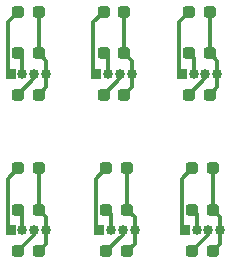
<source format=gbr>
%TF.GenerationSoftware,KiCad,Pcbnew,9.0.0*%
%TF.CreationDate,2025-03-29T16:04:54-07:00*%
%TF.ProjectId,SignalHead3,5369676e-616c-4486-9561-64332e6b6963,n/c*%
%TF.SameCoordinates,Original*%
%TF.FileFunction,Copper,L1,Top*%
%TF.FilePolarity,Positive*%
%FSLAX46Y46*%
G04 Gerber Fmt 4.6, Leading zero omitted, Abs format (unit mm)*
G04 Created by KiCad (PCBNEW 9.0.0) date 2025-03-29 16:04:54*
%MOMM*%
%LPD*%
G01*
G04 APERTURE LIST*
G04 Aperture macros list*
%AMRoundRect*
0 Rectangle with rounded corners*
0 $1 Rounding radius*
0 $2 $3 $4 $5 $6 $7 $8 $9 X,Y pos of 4 corners*
0 Add a 4 corners polygon primitive as box body*
4,1,4,$2,$3,$4,$5,$6,$7,$8,$9,$2,$3,0*
0 Add four circle primitives for the rounded corners*
1,1,$1+$1,$2,$3*
1,1,$1+$1,$4,$5*
1,1,$1+$1,$6,$7*
1,1,$1+$1,$8,$9*
0 Add four rect primitives between the rounded corners*
20,1,$1+$1,$2,$3,$4,$5,0*
20,1,$1+$1,$4,$5,$6,$7,0*
20,1,$1+$1,$6,$7,$8,$9,0*
20,1,$1+$1,$8,$9,$2,$3,0*%
G04 Aperture macros list end*
%TA.AperFunction,ComponentPad*%
%ADD10R,0.850000X0.850000*%
%TD*%
%TA.AperFunction,ComponentPad*%
%ADD11O,0.850000X0.850000*%
%TD*%
%TA.AperFunction,SMDPad,CuDef*%
%ADD12RoundRect,0.237500X-0.287500X-0.237500X0.287500X-0.237500X0.287500X0.237500X-0.287500X0.237500X0*%
%TD*%
%TA.AperFunction,Conductor*%
%ADD13C,0.300000*%
%TD*%
G04 APERTURE END LIST*
D10*
%TO.P,J1,1,Pin_1*%
%TO.N,Net-(D1-K)*%
X143250000Y-128500000D03*
D11*
%TO.P,J1,2,Pin_2*%
%TO.N,Net-(D2-K)*%
X144250000Y-128500000D03*
%TO.P,J1,3,Pin_3*%
%TO.N,Net-(D3-K)*%
X145250000Y-128500000D03*
%TO.P,J1,4,Pin_4*%
%TO.N,Net-(D1-A)*%
X146250000Y-128500000D03*
%TD*%
D12*
%TO.P,D2,1,K*%
%TO.N,Net-(D2-K)*%
X143875000Y-126750000D03*
%TO.P,D2,2,A*%
%TO.N,Net-(D1-A)*%
X145625000Y-126750000D03*
%TD*%
%TO.P,D3,1,K*%
%TO.N,Net-(D3-K)*%
X143875000Y-130250000D03*
%TO.P,D3,2,A*%
%TO.N,Net-(D1-A)*%
X145625000Y-130250000D03*
%TD*%
%TO.P,D1,1,K*%
%TO.N,Net-(D1-K)*%
X143875000Y-123250000D03*
%TO.P,D1,2,A*%
%TO.N,Net-(D1-A)*%
X145625000Y-123250000D03*
%TD*%
D10*
%TO.P,J1,1,Pin_1*%
%TO.N,Net-(D1-K)*%
X136000000Y-128500000D03*
D11*
%TO.P,J1,2,Pin_2*%
%TO.N,Net-(D2-K)*%
X137000000Y-128500000D03*
%TO.P,J1,3,Pin_3*%
%TO.N,Net-(D3-K)*%
X138000000Y-128500000D03*
%TO.P,J1,4,Pin_4*%
%TO.N,Net-(D1-A)*%
X139000000Y-128500000D03*
%TD*%
D12*
%TO.P,D2,1,K*%
%TO.N,Net-(D2-K)*%
X136625000Y-126750000D03*
%TO.P,D2,2,A*%
%TO.N,Net-(D1-A)*%
X138375000Y-126750000D03*
%TD*%
%TO.P,D3,1,K*%
%TO.N,Net-(D3-K)*%
X136625000Y-130250000D03*
%TO.P,D3,2,A*%
%TO.N,Net-(D1-A)*%
X138375000Y-130250000D03*
%TD*%
%TO.P,D1,1,K*%
%TO.N,Net-(D1-K)*%
X136625000Y-123250000D03*
%TO.P,D1,2,A*%
%TO.N,Net-(D1-A)*%
X138375000Y-123250000D03*
%TD*%
D10*
%TO.P,J1,1,Pin_1*%
%TO.N,Net-(D1-K)*%
X128500000Y-128500000D03*
D11*
%TO.P,J1,2,Pin_2*%
%TO.N,Net-(D2-K)*%
X129500000Y-128500000D03*
%TO.P,J1,3,Pin_3*%
%TO.N,Net-(D3-K)*%
X130500000Y-128500000D03*
%TO.P,J1,4,Pin_4*%
%TO.N,Net-(D1-A)*%
X131500000Y-128500000D03*
%TD*%
D12*
%TO.P,D2,1,K*%
%TO.N,Net-(D2-K)*%
X129125000Y-126750000D03*
%TO.P,D2,2,A*%
%TO.N,Net-(D1-A)*%
X130875000Y-126750000D03*
%TD*%
%TO.P,D1,1,K*%
%TO.N,Net-(D1-K)*%
X129125000Y-123250000D03*
%TO.P,D1,2,A*%
%TO.N,Net-(D1-A)*%
X130875000Y-123250000D03*
%TD*%
%TO.P,D3,1,K*%
%TO.N,Net-(D3-K)*%
X129125000Y-130250000D03*
%TO.P,D3,2,A*%
%TO.N,Net-(D1-A)*%
X130875000Y-130250000D03*
%TD*%
%TO.P,D3,1,K*%
%TO.N,Net-(D3-K)*%
X143625000Y-117000000D03*
%TO.P,D3,2,A*%
%TO.N,Net-(D1-A)*%
X145375000Y-117000000D03*
%TD*%
D10*
%TO.P,J1,1,Pin_1*%
%TO.N,Net-(D1-K)*%
X143000000Y-115250000D03*
D11*
%TO.P,J1,2,Pin_2*%
%TO.N,Net-(D2-K)*%
X144000000Y-115250000D03*
%TO.P,J1,3,Pin_3*%
%TO.N,Net-(D3-K)*%
X145000000Y-115250000D03*
%TO.P,J1,4,Pin_4*%
%TO.N,Net-(D1-A)*%
X146000000Y-115250000D03*
%TD*%
D12*
%TO.P,D1,1,K*%
%TO.N,Net-(D1-K)*%
X143625000Y-110000000D03*
%TO.P,D1,2,A*%
%TO.N,Net-(D1-A)*%
X145375000Y-110000000D03*
%TD*%
%TO.P,D2,1,K*%
%TO.N,Net-(D2-K)*%
X143625000Y-113500000D03*
%TO.P,D2,2,A*%
%TO.N,Net-(D1-A)*%
X145375000Y-113500000D03*
%TD*%
D10*
%TO.P,J1,1,Pin_1*%
%TO.N,Net-(D1-K)*%
X135750000Y-115250000D03*
D11*
%TO.P,J1,2,Pin_2*%
%TO.N,Net-(D2-K)*%
X136750000Y-115250000D03*
%TO.P,J1,3,Pin_3*%
%TO.N,Net-(D3-K)*%
X137750000Y-115250000D03*
%TO.P,J1,4,Pin_4*%
%TO.N,Net-(D1-A)*%
X138750000Y-115250000D03*
%TD*%
D12*
%TO.P,D3,1,K*%
%TO.N,Net-(D3-K)*%
X136375000Y-117000000D03*
%TO.P,D3,2,A*%
%TO.N,Net-(D1-A)*%
X138125000Y-117000000D03*
%TD*%
%TO.P,D1,1,K*%
%TO.N,Net-(D1-K)*%
X136375000Y-110000000D03*
%TO.P,D1,2,A*%
%TO.N,Net-(D1-A)*%
X138125000Y-110000000D03*
%TD*%
%TO.P,D2,1,K*%
%TO.N,Net-(D2-K)*%
X136375000Y-113500000D03*
%TO.P,D2,2,A*%
%TO.N,Net-(D1-A)*%
X138125000Y-113500000D03*
%TD*%
%TO.P,D2,1,K*%
%TO.N,Net-(D2-K)*%
X129125000Y-113500000D03*
%TO.P,D2,2,A*%
%TO.N,Net-(D1-A)*%
X130875000Y-113500000D03*
%TD*%
%TO.P,D1,1,K*%
%TO.N,Net-(D1-K)*%
X129125000Y-110000000D03*
%TO.P,D1,2,A*%
%TO.N,Net-(D1-A)*%
X130875000Y-110000000D03*
%TD*%
%TO.P,D3,1,K*%
%TO.N,Net-(D3-K)*%
X129125000Y-117000000D03*
%TO.P,D3,2,A*%
%TO.N,Net-(D1-A)*%
X130875000Y-117000000D03*
%TD*%
D10*
%TO.P,J1,1,Pin_1*%
%TO.N,Net-(D1-K)*%
X128500000Y-115250000D03*
D11*
%TO.P,J1,2,Pin_2*%
%TO.N,Net-(D2-K)*%
X129500000Y-115250000D03*
%TO.P,J1,3,Pin_3*%
%TO.N,Net-(D3-K)*%
X130500000Y-115250000D03*
%TO.P,J1,4,Pin_4*%
%TO.N,Net-(D1-A)*%
X131500000Y-115250000D03*
%TD*%
D13*
%TO.N,Net-(D1-A)*%
X145625000Y-126750000D02*
X146250000Y-127375000D01*
%TO.N,Net-(D1-K)*%
X142999000Y-124126000D02*
X143875000Y-123250000D01*
%TO.N,Net-(D1-A)*%
X146250000Y-127375000D02*
X146250000Y-128500000D01*
X145625000Y-123250000D02*
X145625000Y-126750000D01*
X145625000Y-130250000D02*
X146250000Y-129625000D01*
%TO.N,Net-(D3-K)*%
X145250000Y-128500000D02*
X145250000Y-128875000D01*
X145250000Y-128875000D02*
X143875000Y-130250000D01*
%TO.N,Net-(D2-K)*%
X144250000Y-127125000D02*
X143875000Y-126750000D01*
%TO.N,Net-(D1-K)*%
X143250000Y-128500000D02*
X142999000Y-128249000D01*
X142999000Y-128249000D02*
X142999000Y-124126000D01*
%TO.N,Net-(D2-K)*%
X144250000Y-128500000D02*
X144250000Y-127125000D01*
%TO.N,Net-(D1-A)*%
X146250000Y-129625000D02*
X146250000Y-128500000D01*
X138375000Y-126750000D02*
X139000000Y-127375000D01*
%TO.N,Net-(D1-K)*%
X135749000Y-124126000D02*
X136625000Y-123250000D01*
%TO.N,Net-(D1-A)*%
X139000000Y-127375000D02*
X139000000Y-128500000D01*
X138375000Y-123250000D02*
X138375000Y-126750000D01*
X138375000Y-130250000D02*
X139000000Y-129625000D01*
%TO.N,Net-(D3-K)*%
X138000000Y-128500000D02*
X138000000Y-128875000D01*
X138000000Y-128875000D02*
X136625000Y-130250000D01*
%TO.N,Net-(D2-K)*%
X137000000Y-127125000D02*
X136625000Y-126750000D01*
%TO.N,Net-(D1-K)*%
X136000000Y-128500000D02*
X135749000Y-128249000D01*
X135749000Y-128249000D02*
X135749000Y-124126000D01*
%TO.N,Net-(D2-K)*%
X137000000Y-128500000D02*
X137000000Y-127125000D01*
%TO.N,Net-(D1-A)*%
X139000000Y-129625000D02*
X139000000Y-128500000D01*
X130875000Y-123250000D02*
X130875000Y-126750000D01*
X131500000Y-127375000D02*
X131500000Y-128500000D01*
%TO.N,Net-(D3-K)*%
X130500000Y-128500000D02*
X130500000Y-128875000D01*
%TO.N,Net-(D1-A)*%
X131500000Y-129625000D02*
X131500000Y-128500000D01*
X130875000Y-126750000D02*
X131500000Y-127375000D01*
%TO.N,Net-(D2-K)*%
X129500000Y-127125000D02*
X129125000Y-126750000D01*
%TO.N,Net-(D1-K)*%
X128500000Y-128500000D02*
X128249000Y-128249000D01*
%TO.N,Net-(D1-A)*%
X130875000Y-130250000D02*
X131500000Y-129625000D01*
%TO.N,Net-(D1-K)*%
X128249000Y-128249000D02*
X128249000Y-124126000D01*
%TO.N,Net-(D3-K)*%
X130500000Y-128875000D02*
X129125000Y-130250000D01*
%TO.N,Net-(D2-K)*%
X129500000Y-128500000D02*
X129500000Y-127125000D01*
%TO.N,Net-(D1-K)*%
X128249000Y-124126000D02*
X129125000Y-123250000D01*
%TO.N,Net-(D1-A)*%
X146000000Y-116375000D02*
X146000000Y-115250000D01*
X146000000Y-114125000D02*
X146000000Y-115250000D01*
X145375000Y-110000000D02*
X145375000Y-113500000D01*
X145375000Y-117000000D02*
X146000000Y-116375000D01*
X145375000Y-113500000D02*
X146000000Y-114125000D01*
%TO.N,Net-(D1-K)*%
X142749000Y-110876000D02*
X143625000Y-110000000D01*
%TO.N,Net-(D3-K)*%
X145000000Y-115250000D02*
X145000000Y-115625000D01*
%TO.N,Net-(D2-K)*%
X144000000Y-115250000D02*
X144000000Y-113875000D01*
X144000000Y-113875000D02*
X143625000Y-113500000D01*
%TO.N,Net-(D1-K)*%
X142749000Y-114999000D02*
X142749000Y-110876000D01*
%TO.N,Net-(D3-K)*%
X145000000Y-115625000D02*
X143625000Y-117000000D01*
%TO.N,Net-(D1-K)*%
X143000000Y-115250000D02*
X142749000Y-114999000D01*
%TO.N,Net-(D3-K)*%
X137750000Y-115625000D02*
X136375000Y-117000000D01*
X137750000Y-115250000D02*
X137750000Y-115625000D01*
%TO.N,Net-(D2-K)*%
X136750000Y-115250000D02*
X136750000Y-113875000D01*
X136750000Y-113875000D02*
X136375000Y-113500000D01*
%TO.N,Net-(D1-K)*%
X135499000Y-114999000D02*
X135499000Y-110876000D01*
X135750000Y-115250000D02*
X135499000Y-114999000D01*
X135499000Y-110876000D02*
X136375000Y-110000000D01*
%TO.N,Net-(D1-A)*%
X138125000Y-113500000D02*
X138750000Y-114125000D01*
X138125000Y-110000000D02*
X138125000Y-113500000D01*
X138750000Y-116375000D02*
X138750000Y-115250000D01*
X138750000Y-114125000D02*
X138750000Y-115250000D01*
X138125000Y-117000000D02*
X138750000Y-116375000D01*
X130875000Y-117000000D02*
X131500000Y-116375000D01*
X131500000Y-114125000D02*
X131500000Y-115250000D01*
X131500000Y-116375000D02*
X131500000Y-115250000D01*
X130875000Y-110000000D02*
X130875000Y-113500000D01*
X130875000Y-113500000D02*
X131500000Y-114125000D01*
%TO.N,Net-(D1-K)*%
X128249000Y-110876000D02*
X129125000Y-110000000D01*
X128500000Y-115250000D02*
X128249000Y-114999000D01*
X128249000Y-114999000D02*
X128249000Y-110876000D01*
%TO.N,Net-(D2-K)*%
X129500000Y-113875000D02*
X129125000Y-113500000D01*
X129500000Y-115250000D02*
X129500000Y-113875000D01*
%TO.N,Net-(D3-K)*%
X130500000Y-115250000D02*
X130500000Y-115625000D01*
X130500000Y-115625000D02*
X129125000Y-117000000D01*
%TD*%
M02*

</source>
